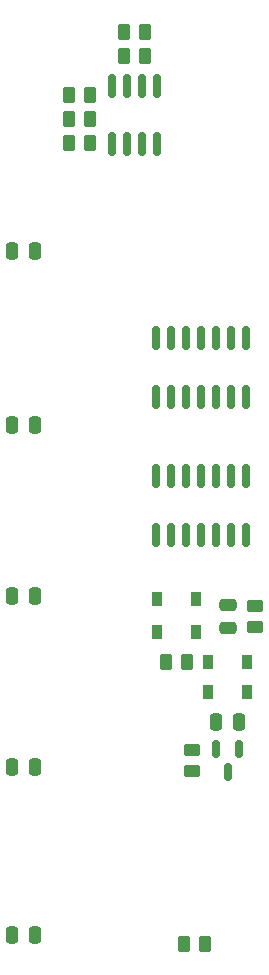
<source format=gbr>
%TF.GenerationSoftware,KiCad,Pcbnew,(6.0.0-0)*%
%TF.CreationDate,2022-12-14T00:02:15-05:00*%
%TF.ProjectId,ht-hat-cymbal-cowbell,68742d68-6174-42d6-9379-6d62616c2d63,rev?*%
%TF.SameCoordinates,Original*%
%TF.FileFunction,Paste,Bot*%
%TF.FilePolarity,Positive*%
%FSLAX46Y46*%
G04 Gerber Fmt 4.6, Leading zero omitted, Abs format (unit mm)*
G04 Created by KiCad (PCBNEW (6.0.0-0)) date 2022-12-14 00:02:15*
%MOMM*%
%LPD*%
G01*
G04 APERTURE LIST*
G04 Aperture macros list*
%AMRoundRect*
0 Rectangle with rounded corners*
0 $1 Rounding radius*
0 $2 $3 $4 $5 $6 $7 $8 $9 X,Y pos of 4 corners*
0 Add a 4 corners polygon primitive as box body*
4,1,4,$2,$3,$4,$5,$6,$7,$8,$9,$2,$3,0*
0 Add four circle primitives for the rounded corners*
1,1,$1+$1,$2,$3*
1,1,$1+$1,$4,$5*
1,1,$1+$1,$6,$7*
1,1,$1+$1,$8,$9*
0 Add four rect primitives between the rounded corners*
20,1,$1+$1,$2,$3,$4,$5,0*
20,1,$1+$1,$4,$5,$6,$7,0*
20,1,$1+$1,$6,$7,$8,$9,0*
20,1,$1+$1,$8,$9,$2,$3,0*%
G04 Aperture macros list end*
%ADD10RoundRect,0.250000X-0.262500X-0.450000X0.262500X-0.450000X0.262500X0.450000X-0.262500X0.450000X0*%
%ADD11RoundRect,0.250000X-0.450000X0.262500X-0.450000X-0.262500X0.450000X-0.262500X0.450000X0.262500X0*%
%ADD12RoundRect,0.250000X0.262500X0.450000X-0.262500X0.450000X-0.262500X-0.450000X0.262500X-0.450000X0*%
%ADD13R,0.900000X1.200000*%
%ADD14RoundRect,0.250000X-0.250000X-0.475000X0.250000X-0.475000X0.250000X0.475000X-0.250000X0.475000X0*%
%ADD15RoundRect,0.250000X0.250000X0.475000X-0.250000X0.475000X-0.250000X-0.475000X0.250000X-0.475000X0*%
%ADD16RoundRect,0.150000X-0.150000X0.587500X-0.150000X-0.587500X0.150000X-0.587500X0.150000X0.587500X0*%
%ADD17RoundRect,0.250000X0.475000X-0.250000X0.475000X0.250000X-0.475000X0.250000X-0.475000X-0.250000X0*%
%ADD18RoundRect,0.150000X-0.150000X0.825000X-0.150000X-0.825000X0.150000X-0.825000X0.150000X0.825000X0*%
G04 APERTURE END LIST*
D10*
%TO.C,R8*%
X63246000Y-61468000D03*
X65071000Y-61468000D03*
%TD*%
D11*
%TO.C,R9*%
X73660000Y-112879500D03*
X73660000Y-114704500D03*
%TD*%
D12*
%TO.C,R7*%
X65071000Y-59436000D03*
X63246000Y-59436000D03*
%TD*%
D13*
%TO.C,D1*%
X78358000Y-107950000D03*
X75058000Y-107950000D03*
%TD*%
D12*
%TO.C,R2*%
X69746500Y-54102000D03*
X67921500Y-54102000D03*
%TD*%
D14*
%TO.C,C7*%
X77658000Y-110490000D03*
X75758000Y-110490000D03*
%TD*%
D10*
%TO.C,R4*%
X63246000Y-57404000D03*
X65071000Y-57404000D03*
%TD*%
D12*
%TO.C,R5*%
X73302500Y-105410000D03*
X71477500Y-105410000D03*
%TD*%
D13*
%TO.C,D3*%
X74040000Y-100076000D03*
X70740000Y-100076000D03*
%TD*%
D11*
%TO.C,R6*%
X78994000Y-100687500D03*
X78994000Y-102512500D03*
%TD*%
D15*
%TO.C,C5*%
X60386000Y-128524000D03*
X58486000Y-128524000D03*
%TD*%
%TO.C,C1*%
X60386000Y-70612000D03*
X58486000Y-70612000D03*
%TD*%
%TO.C,C2*%
X60386000Y-85344000D03*
X58486000Y-85344000D03*
%TD*%
%TO.C,C3*%
X60386000Y-99822000D03*
X58486000Y-99822000D03*
%TD*%
D13*
%TO.C,D2*%
X75058000Y-105410000D03*
X78358000Y-105410000D03*
%TD*%
D15*
%TO.C,C4*%
X60386000Y-114300000D03*
X58486000Y-114300000D03*
%TD*%
D13*
%TO.C,D4*%
X74040000Y-102870000D03*
X70740000Y-102870000D03*
%TD*%
D16*
%TO.C,Q1*%
X75758000Y-112854500D03*
X77658000Y-112854500D03*
X76708000Y-114729500D03*
%TD*%
D12*
%TO.C,R3*%
X69746500Y-52070000D03*
X67921500Y-52070000D03*
%TD*%
D17*
%TO.C,C8*%
X76708000Y-102550000D03*
X76708000Y-100650000D03*
%TD*%
D18*
%TO.C,U2*%
X66905500Y-61592000D03*
X68175500Y-61592000D03*
X69445500Y-61592000D03*
X70715500Y-61592000D03*
X70715500Y-56642000D03*
X69445500Y-56642000D03*
X68175500Y-56642000D03*
X66905500Y-56642000D03*
%TD*%
%TO.C,U5*%
X70612000Y-89727000D03*
X71882000Y-89727000D03*
X73152000Y-89727000D03*
X74422000Y-89727000D03*
X75692000Y-89727000D03*
X76962000Y-89727000D03*
X78232000Y-89727000D03*
X78232000Y-94677000D03*
X76962000Y-94677000D03*
X75692000Y-94677000D03*
X74422000Y-94677000D03*
X73152000Y-94677000D03*
X71882000Y-94677000D03*
X70612000Y-94677000D03*
%TD*%
%TO.C,U4*%
X70612000Y-78043000D03*
X71882000Y-78043000D03*
X73152000Y-78043000D03*
X74422000Y-78043000D03*
X75692000Y-78043000D03*
X76962000Y-78043000D03*
X78232000Y-78043000D03*
X78232000Y-82993000D03*
X76962000Y-82993000D03*
X75692000Y-82993000D03*
X74422000Y-82993000D03*
X73152000Y-82993000D03*
X71882000Y-82993000D03*
X70612000Y-82993000D03*
%TD*%
D12*
%TO.C,R1*%
X74826500Y-129286000D03*
X73001500Y-129286000D03*
%TD*%
M02*

</source>
